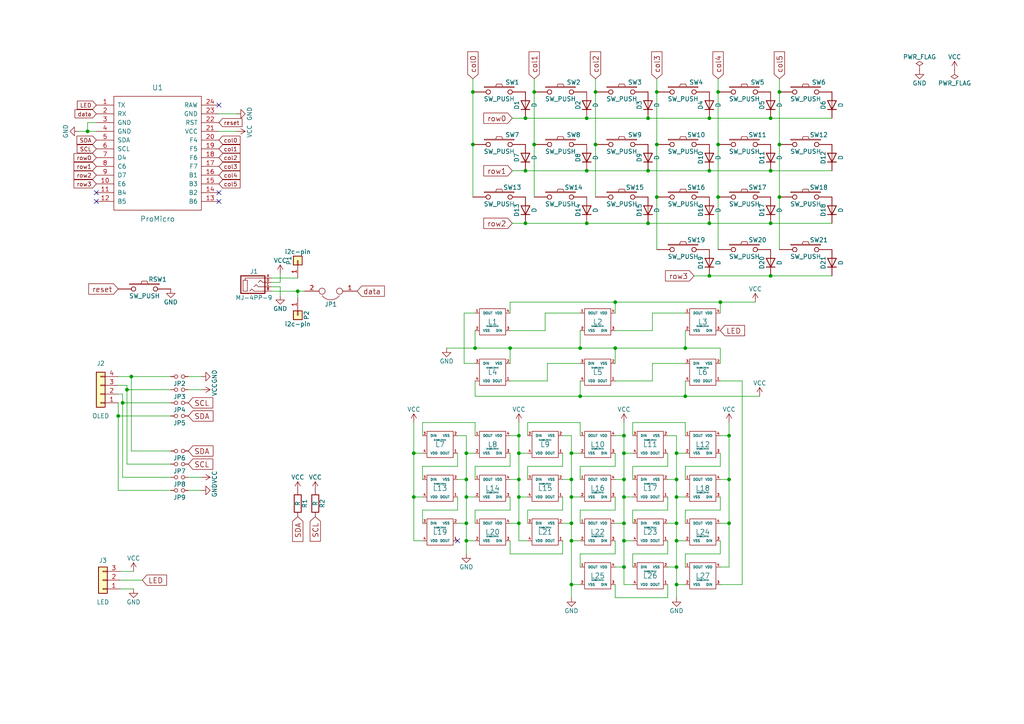
<source format=kicad_sch>
(kicad_sch (version 20230121) (generator eeschema)
  (paper "A4")
  (title_block (title "Corne Classic") (date "2018-08-24") (rev "2.0") (company "foostan"))
  (junction (at 223.52 49.53))
  (junction (at 226.06 41.91))
  (junction (at 165.735 144.145))
  (junction (at 137.795 100.965))
  (junction (at 196.215 131.445))
  (junction (at 35.56 116.84))
  (junction (at 190.5 41.91))
  (junction (at 208.28 26.67))
  (junction (at 196.215 164.465))
  (junction (at 170.18 49.53))
  (junction (at 205.74 34.29))
  (junction (at 154.94 41.91))
  (junction (at 154.94 26.67))
  (junction (at 36.83 113.03))
  (junction (at 205.74 80.01))
  (junction (at 165.735 156.845))
  (junction (at 223.52 64.77))
  (junction (at 25.4 38.1))
  (junction (at 147.955 100.965))
  (junction (at 226.06 57.15))
  (junction (at 211.455 126.365))
  (junction (at 190.5 26.67))
  (junction (at 208.28 41.91))
  (junction (at 34.29 120.65))
  (junction (at 196.215 169.545))
  (junction (at 187.96 64.77))
  (junction (at 150.495 131.445))
  (junction (at 223.52 34.29))
  (junction (at 205.74 64.77))
  (junction (at 165.735 151.765))
  (junction (at 180.975 144.145))
  (junction (at 135.255 131.445))
  (junction (at 196.215 139.065))
  (junction (at 150.495 139.065))
  (junction (at 135.255 139.065))
  (junction (at 150.495 151.765))
  (junction (at 187.96 34.29))
  (junction (at 178.435 100.965))
  (junction (at 120.015 144.145))
  (junction (at 152.4 34.29))
  (junction (at 120.015 131.445))
  (junction (at 150.495 126.365))
  (junction (at 152.4 49.53))
  (junction (at 211.455 151.765))
  (junction (at 180.975 131.445))
  (junction (at 180.975 156.845))
  (junction (at 208.915 87.63))
  (junction (at 208.28 57.15))
  (junction (at 180.975 126.365))
  (junction (at 170.18 34.29))
  (junction (at 198.755 100.965))
  (junction (at 187.96 49.53))
  (junction (at 152.4 64.77))
  (junction (at 137.16 41.91))
  (junction (at 196.215 151.765))
  (junction (at 165.735 139.065))
  (junction (at 137.16 26.67))
  (junction (at 168.275 114.935))
  (junction (at 196.215 156.845))
  (junction (at 165.735 131.445))
  (junction (at 180.975 151.765))
  (junction (at 172.72 26.67))
  (junction (at 165.735 169.545))
  (junction (at 178.435 87.63))
  (junction (at 196.215 144.145))
  (junction (at 135.255 151.765))
  (junction (at 211.455 139.065))
  (junction (at 205.74 49.53))
  (junction (at 86.36 84.4523))
  (junction (at 190.5 57.15))
  (junction (at 135.255 156.845))
  (junction (at 223.52 80.01))
  (junction (at 168.275 100.965))
  (junction (at 172.72 41.91))
  (junction (at 198.755 114.935))
  (junction (at 170.18 64.77))
  (junction (at 180.975 139.065))
  (junction (at 38.1 109.22))
  (junction (at 180.975 164.465))
  (junction (at 135.255 144.145))
  (junction (at 150.495 144.145))
  (junction (at 226.06 26.67))
  (no_connect (at 27.94 55.88))
  (no_connect (at 27.94 58.42))
  (no_connect (at 63.5 30.48))
  (no_connect (at 132.715 156.845))
  (no_connect (at 63.5 58.42))
  (no_connect (at 63.5 55.88))
  (wire (pts (xy 36.83 113.03) (xy 36.83 134.62)))
  (wire (pts (xy 208.915 90.805) (xy 208.915 87.63)))
  (wire (pts (xy 208.915 147.955) (xy 208.915 144.145)))
  (wire (pts (xy 78.74 83.185) (xy 81.28 83.185)))
  (wire (pts (xy 137.795 114.935) (xy 168.275 114.935)))
  (wire (pts (xy 183.515 139.065) (xy 183.515 135.255)))
  (wire (pts (xy 178.435 147.955) (xy 178.435 144.145)))
  (wire (pts (xy 208.915 100.965) (xy 208.915 105.41)))
  (wire (pts (xy 198.755 156.845) (xy 196.215 156.845)))
  (wire (pts (xy 36.83 111.76) (xy 36.83 113.03)))
  (wire (pts (xy 198.755 100.965) (xy 208.915 100.965)))
  (wire (pts (xy 205.74 64.77) (xy 223.52 64.77)))
  (wire (pts (xy 211.455 122.555) (xy 211.455 126.365)))
  (wire (pts (xy 168.275 139.065) (xy 168.275 135.255)))
  (wire (pts (xy 198.755 164.465) (xy 198.755 160.655)))
  (wire (pts (xy 150.495 151.765) (xy 150.495 156.845)))
  (wire (pts (xy 38.1 109.22) (xy 49.53 109.22)))
  (wire (pts (xy 38.1 109.22) (xy 38.1 130.81)))
  (wire (pts (xy 187.96 64.77) (xy 205.74 64.77)))
  (wire (pts (xy 193.675 151.765) (xy 196.215 151.765)))
  (wire (pts (xy 132.715 147.955) (xy 132.715 144.145)))
  (wire (pts (xy 152.4 64.77) (xy 170.18 64.77)))
  (wire (pts (xy 198.755 131.445) (xy 196.215 131.445)))
  (wire (pts (xy 36.83 134.62) (xy 49.53 134.62)))
  (wire (pts (xy 168.275 100.965) (xy 178.435 100.965)))
  (wire (pts (xy 198.755 90.805) (xy 189.23 90.805)))
  (wire (pts (xy 226.06 57.15) (xy 226.06 72.39)))
  (wire (pts (xy 168.275 164.465) (xy 168.275 160.655)))
  (wire (pts (xy 158.75 110.49) (xy 158.75 105.41)))
  (wire (pts (xy 147.955 110.49) (xy 158.75 110.49)))
  (wire (pts (xy 137.795 147.955) (xy 147.955 147.955)))
  (wire (pts (xy 196.215 139.065) (xy 196.215 144.145)))
  (wire (pts (xy 180.975 126.365) (xy 180.975 131.445)))
  (wire (pts (xy 180.975 151.765) (xy 180.975 156.845)))
  (wire (pts (xy 122.555 144.145) (xy 120.015 144.145)))
  (wire (pts (xy 168.275 95.885) (xy 168.275 100.965)))
  (wire (pts (xy 134.62 90.805) (xy 134.62 105.41)))
  (wire (pts (xy 147.955 139.065) (xy 150.495 139.065)))
  (wire (pts (xy 168.275 151.765) (xy 168.275 147.955)))
  (wire (pts (xy 196.215 151.765) (xy 196.215 156.845)))
  (wire (pts (xy 208.915 126.365) (xy 211.455 126.365)))
  (wire (pts (xy 178.435 173.355) (xy 178.435 169.545)))
  (wire (pts (xy 154.94 41.91) (xy 154.94 57.15)))
  (wire (pts (xy 196.215 131.445) (xy 196.215 139.065)))
  (wire (pts (xy 35.56 116.84) (xy 35.56 138.43)))
  (wire (pts (xy 34.29 120.65) (xy 34.29 142.24)))
  (wire (pts (xy 54.61 113.03) (xy 58.42 113.03)))
  (wire (pts (xy 168.275 147.955) (xy 178.435 147.955)))
  (wire (pts (xy 135.255 151.765) (xy 135.255 156.845)))
  (wire (pts (xy 211.455 151.765) (xy 211.455 164.465)))
  (wire (pts (xy 187.96 34.29) (xy 205.74 34.29)))
  (wire (pts (xy 198.755 122.555) (xy 183.515 122.555)))
  (wire (pts (xy 147.955 87.63) (xy 178.435 87.63)))
  (wire (pts (xy 38.1 130.81) (xy 49.53 130.81)))
  (wire (pts (xy 168.275 126.365) (xy 168.275 122.555)))
  (wire (pts (xy 153.035 144.145) (xy 150.495 144.145)))
  (wire (pts (xy 54.61 138.43) (xy 58.42 138.43)))
  (wire (pts (xy 137.795 100.965) (xy 147.955 100.965)))
  (wire (pts (xy 168.275 144.145) (xy 165.735 144.145)))
  (wire (pts (xy 120.015 122.555) (xy 120.015 131.445)))
  (wire (pts (xy 190.5 22.86) (xy 190.5 26.67)))
  (wire (pts (xy 178.435 87.63) (xy 208.915 87.63)))
  (wire (pts (xy 134.62 105.41) (xy 137.795 105.41)))
  (wire (pts (xy 150.495 122.555) (xy 150.495 126.365)))
  (wire (pts (xy 88.335 84.4526) (xy 88.103 84.4526)))
  (wire (pts (xy 137.795 126.365) (xy 137.795 122.555)))
  (wire (pts (xy 172.72 22.86) (xy 172.72 26.67)))
  (wire (pts (xy 178.435 126.365) (xy 180.975 126.365)))
  (wire (pts (xy 147.955 126.365) (xy 150.495 126.365)))
  (wire (pts (xy 120.015 144.145) (xy 120.015 156.845)))
  (wire (pts (xy 135.255 144.145) (xy 135.255 151.765)))
  (wire (pts (xy 183.515 151.765) (xy 183.515 147.955)))
  (wire (pts (xy 198.755 95.885) (xy 198.755 100.965)))
  (wire (pts (xy 208.915 151.765) (xy 211.455 151.765)))
  (wire (pts (xy 196.215 126.365) (xy 196.215 131.445)))
  (wire (pts (xy 198.755 151.765) (xy 198.755 147.955)))
  (wire (pts (xy 168.275 110.49) (xy 168.275 114.935)))
  (wire (pts (xy 215.265 110.49) (xy 215.265 169.545)))
  (wire (pts (xy 190.5 41.91) (xy 190.5 57.15)))
  (wire (pts (xy 223.52 64.77) (xy 241.3 64.77)))
  (wire (pts (xy 223.52 80.01) (xy 241.3 80.01)))
  (wire (pts (xy 193.675 139.065) (xy 196.215 139.065)))
  (wire (pts (xy 170.18 64.77) (xy 187.96 64.77)))
  (wire (pts (xy 165.735 169.545) (xy 165.735 173.355)))
  (wire (pts (xy 150.495 126.365) (xy 150.495 131.445)))
  (wire (pts (xy 137.795 122.555) (xy 122.555 122.555)))
  (wire (pts (xy 168.275 90.805) (xy 158.115 90.805)))
  (wire (pts (xy 135.255 139.065) (xy 135.255 144.145)))
  (wire (pts (xy 49.53 120.65) (xy 34.29 120.65)))
  (wire (pts (xy 178.435 105.41) (xy 178.435 100.965)))
  (wire (pts (xy 122.555 135.255) (xy 132.715 135.255)))
  (wire (pts (xy 193.675 173.355) (xy 178.435 173.355)))
  (wire (pts (xy 190.5 26.67) (xy 190.5 41.91)))
  (wire (pts (xy 163.195 156.845) (xy 163.195 160.655)))
  (wire (pts (xy 137.795 139.065) (xy 137.795 135.255)))
  (wire (pts (xy 180.975 156.845) (xy 180.975 164.465)))
  (wire (pts (xy 78.74 80.645) (xy 86.36 80.645)))
  (wire (pts (xy 148.59 34.29) (xy 152.4 34.29)))
  (wire (pts (xy 34.29 111.76) (xy 36.83 111.76)))
  (wire (pts (xy 122.555 131.445) (xy 120.015 131.445)))
  (wire (pts (xy 147.955 90.805) (xy 147.955 87.63)))
  (wire (pts (xy 158.115 90.805) (xy 158.115 95.885)))
  (wire (pts (xy 196.215 164.465) (xy 196.215 169.545)))
  (wire (pts (xy 63.5 38.1) (xy 68.58 38.1)))
  (wire (pts (xy 49.53 113.03) (xy 36.83 113.03)))
  (wire (pts (xy 223.52 49.53) (xy 241.3 49.53)))
  (wire (pts (xy 154.94 26.67) (xy 154.94 41.91)))
  (wire (pts (xy 163.195 147.955) (xy 163.195 144.145)))
  (wire (pts (xy 34.29 142.24) (xy 49.53 142.24)))
  (wire (pts (xy 34.925 168.275) (xy 41.275 168.275)))
  (wire (pts (xy 34.29 116.84) (xy 34.29 120.65)))
  (wire (pts (xy 34.925 170.815) (xy 38.735 170.815)))
  (wire (pts (xy 198.755 160.655) (xy 208.915 160.655)))
  (wire (pts (xy 196.215 169.545) (xy 196.215 173.355)))
  (wire (pts (xy 172.72 26.67) (xy 172.72 41.91)))
  (wire (pts (xy 208.915 139.065) (xy 211.455 139.065)))
  (wire (pts (xy 137.795 135.255) (xy 147.955 135.255)))
  (wire (pts (xy 147.955 135.255) (xy 147.955 131.445)))
  (wire (pts (xy 165.735 144.145) (xy 165.735 151.765)))
  (wire (pts (xy 183.515 164.465) (xy 183.515 160.655)))
  (wire (pts (xy 193.675 160.655) (xy 193.675 156.845)))
  (wire (pts (xy 198.755 139.065) (xy 198.755 135.255)))
  (wire (pts (xy 129.54 100.965) (xy 137.795 100.965)))
  (wire (pts (xy 137.795 151.765) (xy 137.795 147.955)))
  (wire (pts (xy 208.915 87.63) (xy 219.075 87.63)))
  (wire (pts (xy 183.515 147.955) (xy 193.675 147.955)))
  (wire (pts (xy 208.28 57.15) (xy 208.28 72.39)))
  (wire (pts (xy 137.16 41.91) (xy 137.16 57.15)))
  (wire (pts (xy 27.94 35.56) (xy 25.4 35.56)))
  (wire (pts (xy 78.74 84.455) (xy 85.09 84.455)))
  (wire (pts (xy 63.5 33.02) (xy 68.58 33.02)))
  (wire (pts (xy 137.795 156.845) (xy 135.255 156.845)))
  (wire (pts (xy 180.975 156.845) (xy 183.515 156.845)))
  (wire (pts (xy 153.035 139.065) (xy 153.035 135.255)))
  (wire (pts (xy 150.495 156.845) (xy 153.035 156.845)))
  (wire (pts (xy 163.195 135.255) (xy 163.195 131.445)))
  (wire (pts (xy 193.675 147.955) (xy 193.675 144.145)))
  (wire (pts (xy 183.515 135.255) (xy 193.675 135.255)))
  (wire (pts (xy 35.56 138.43) (xy 49.53 138.43)))
  (wire (pts (xy 180.975 139.065) (xy 180.975 144.145)))
  (wire (pts (xy 189.23 90.805) (xy 189.23 95.885)))
  (wire (pts (xy 153.035 122.555) (xy 153.035 126.365)))
  (wire (pts (xy 193.675 135.255) (xy 193.675 131.445)))
  (wire (pts (xy 85.09 84.4523) (xy 85.09 84.455)))
  (wire (pts (xy 137.795 110.49) (xy 137.795 114.935)))
  (wire (pts (xy 147.955 105.41) (xy 147.955 100.965)))
  (wire (pts (xy 201.295 80.01) (xy 205.74 80.01)))
  (wire (pts (xy 187.96 49.53) (xy 205.74 49.53)))
  (wire (pts (xy 180.975 169.545) (xy 183.515 169.545)))
  (wire (pts (xy 178.435 164.465) (xy 180.975 164.465)))
  (wire (pts (xy 147.955 151.765) (xy 150.495 151.765)))
  (wire (pts (xy 198.755 114.935) (xy 220.345 114.935)))
  (wire (pts (xy 226.06 26.67) (xy 226.06 41.91)))
  (wire (pts (xy 49.53 116.84) (xy 35.56 116.84)))
  (wire (pts (xy 168.275 114.935) (xy 198.755 114.935)))
  (wire (pts (xy 81.28 83.185) (xy 81.28 85.725)))
  (wire (pts (xy 147.955 147.955) (xy 147.955 144.145)))
  (wire (pts (xy 165.735 156.845) (xy 165.735 169.545)))
  (wire (pts (xy 147.955 156.845) (xy 147.955 160.655)))
  (wire (pts (xy 180.975 131.445) (xy 180.975 139.065)))
  (wire (pts (xy 172.72 41.91) (xy 172.72 57.15)))
  (wire (pts (xy 165.735 139.065) (xy 165.735 144.145)))
  (wire (pts (xy 153.035 147.955) (xy 163.195 147.955)))
  (wire (pts (xy 158.115 95.885) (xy 147.955 95.885)))
  (wire (pts (xy 137.795 131.445) (xy 135.255 131.445)))
  (wire (pts (xy 132.715 139.065) (xy 135.255 139.065)))
  (wire (pts (xy 150.495 144.145) (xy 150.495 151.765)))
  (wire (pts (xy 163.195 126.365) (xy 165.735 126.365)))
  (wire (pts (xy 165.735 151.765) (xy 165.735 156.845)))
  (wire (pts (xy 226.06 41.91) (xy 226.06 57.15)))
  (wire (pts (xy 153.035 135.255) (xy 163.195 135.255)))
  (wire (pts (xy 153.035 131.445) (xy 150.495 131.445)))
  (wire (pts (xy 163.195 151.765) (xy 165.735 151.765)))
  (wire (pts (xy 190.5 57.15) (xy 190.5 72.39)))
  (wire (pts (xy 135.255 156.845) (xy 135.255 160.655)))
  (wire (pts (xy 122.555 122.555) (xy 122.555 126.365)))
  (wire (pts (xy 153.035 151.765) (xy 153.035 147.955)))
  (wire (pts (xy 147.955 100.965) (xy 168.275 100.965)))
  (wire (pts (xy 150.495 139.065) (xy 150.495 144.145)))
  (wire (pts (xy 137.16 22.86) (xy 137.16 26.67)))
  (wire (pts (xy 78.74 81.915) (xy 81.28 81.915)))
  (wire (pts (xy 165.735 131.445) (xy 165.735 139.065)))
  (wire (pts (xy 215.265 169.545) (xy 208.915 169.545)))
  (wire (pts (xy 148.59 49.53) (xy 152.4 49.53)))
  (wire (pts (xy 178.435 135.255) (xy 178.435 131.445)))
  (wire (pts (xy 22.86 38.1) (xy 25.4 38.1)))
  (wire (pts (xy 178.435 100.965) (xy 198.755 100.965)))
  (wire (pts (xy 208.915 110.49) (xy 215.265 110.49)))
  (wire (pts (xy 193.675 126.365) (xy 196.215 126.365)))
  (wire (pts (xy 189.23 105.41) (xy 198.755 105.41)))
  (wire (pts (xy 198.755 126.365) (xy 198.755 122.555)))
  (wire (pts (xy 180.975 164.465) (xy 180.975 169.545)))
  (wire (pts (xy 189.23 95.885) (xy 178.435 95.885)))
  (wire (pts (xy 150.495 131.445) (xy 150.495 139.065)))
  (wire (pts (xy 122.555 139.065) (xy 122.555 135.255)))
  (wire (pts (xy 158.75 105.41) (xy 168.275 105.41)))
  (wire (pts (xy 208.915 135.255) (xy 208.915 131.445)))
  (wire (pts (xy 180.975 122.555) (xy 180.975 126.365)))
  (wire (pts (xy 120.015 156.845) (xy 122.555 156.845)))
  (wire (pts (xy 137.795 144.145) (xy 135.255 144.145)))
  (wire (pts (xy 154.94 22.86) (xy 154.94 26.67)))
  (wire (pts (xy 183.515 122.555) (xy 183.515 126.365)))
  (wire (pts (xy 189.23 110.49) (xy 189.23 105.41)))
  (wire (pts (xy 135.255 126.365) (xy 135.255 131.445)))
  (wire (pts (xy 205.74 80.01) (xy 223.52 80.01)))
  (wire (pts (xy 54.61 109.22) (xy 58.42 109.22)))
  (wire (pts (xy 137.795 95.885) (xy 137.795 100.965)))
  (wire (pts (xy 168.275 131.445) (xy 165.735 131.445)))
  (wire (pts (xy 180.975 131.445) (xy 183.515 131.445)))
  (wire (pts (xy 165.735 126.365) (xy 165.735 131.445)))
  (wire (pts (xy 178.435 90.805) (xy 178.435 87.63)))
  (wire (pts (xy 183.515 160.655) (xy 193.675 160.655)))
  (wire (pts (xy 208.28 41.91) (xy 208.28 57.15)))
  (wire (pts (xy 81.28 81.915) (xy 81.28 79.375)))
  (wire (pts (xy 168.275 160.655) (xy 178.435 160.655)))
  (wire (pts (xy 132.715 126.365) (xy 135.255 126.365)))
  (wire (pts (xy 152.4 34.29) (xy 170.18 34.29)))
  (wire (pts (xy 135.255 131.445) (xy 135.255 139.065)))
  (wire (pts (xy 86.36 84.4523) (xy 88.103 84.4523)))
  (wire (pts (xy 198.755 135.255) (xy 208.915 135.255)))
  (wire (pts (xy 226.06 22.86) (xy 226.06 26.67)))
  (wire (pts (xy 163.195 139.065) (xy 165.735 139.065)))
  (wire (pts (xy 180.975 144.145) (xy 180.975 151.765)))
  (wire (pts (xy 196.215 144.145) (xy 196.215 151.765)))
  (wire (pts (xy 34.29 114.3) (xy 35.56 114.3)))
  (wire (pts (xy 178.435 139.065) (xy 180.975 139.065)))
  (wire (pts (xy 25.4 35.56) (xy 25.4 38.1)))
  (wire (pts (xy 208.915 160.655) (xy 208.915 156.845)))
  (wire (pts (xy 152.4 49.53) (xy 170.18 49.53)))
  (wire (pts (xy 122.555 147.955) (xy 132.715 147.955)))
  (wire (pts (xy 25.4 38.1) (xy 27.94 38.1)))
  (wire (pts (xy 34.925 165.735) (xy 38.735 165.735)))
  (wire (pts (xy 196.215 156.845) (xy 196.215 164.465)))
  (wire (pts (xy 198.755 147.955) (xy 208.915 147.955)))
  (wire (pts (xy 54.61 142.24) (xy 58.42 142.24)))
  (wire (pts (xy 193.675 169.545) (xy 193.675 173.355)))
  (wire (pts (xy 211.455 139.065) (xy 211.455 151.765)))
  (wire (pts (xy 35.56 114.3) (xy 35.56 116.84)))
  (wire (pts (xy 205.74 34.29) (xy 223.52 34.29)))
  (wire (pts (xy 205.74 49.53) (xy 223.52 49.53)))
  (wire (pts (xy 163.195 160.655) (xy 147.955 160.655)))
  (wire (pts (xy 168.275 135.255) (xy 178.435 135.255)))
  (wire (pts (xy 34.29 109.22) (xy 38.1 109.22)))
  (wire (pts (xy 148.59 64.77) (xy 152.4 64.77)))
  (wire (pts (xy 193.675 164.465) (xy 196.215 164.465)))
  (wire (pts (xy 88.103 84.4526) (xy 88.103 84.4523)))
  (wire (pts (xy 132.715 135.255) (xy 132.715 131.445)))
  (wire (pts (xy 211.455 126.365) (xy 211.455 139.065)))
  (wire (pts (xy 85.09 84.4523) (xy 86.36 84.4523)))
  (wire (pts (xy 180.975 144.145) (xy 183.515 144.145)))
  (wire (pts (xy 168.275 122.555) (xy 153.035 122.555)))
  (wire (pts (xy 137.795 90.805) (xy 134.62 90.805)))
  (wire (pts (xy 122.555 151.765) (xy 122.555 147.955)))
  (wire (pts (xy 208.28 26.67) (xy 208.28 41.91)))
  (wire (pts (xy 198.755 144.145) (xy 196.215 144.145)))
  (wire (pts (xy 120.015 131.445) (xy 120.015 144.145)))
  (wire (pts (xy 178.435 160.655) (xy 178.435 156.845)))
  (wire (pts (xy 86.36 86.36) (xy 86.36 84.4523)))
  (wire (pts (xy 170.18 49.53) (xy 187.96 49.53)))
  (wire (pts (xy 208.28 22.86) (xy 208.28 26.67)))
  (wire (pts (xy 168.275 169.545) (xy 165.735 169.545)))
  (wire (pts (xy 137.16 26.67) (xy 137.16 41.91)))
  (wire (pts (xy 198.755 110.49) (xy 198.755 114.935)))
  (wire (pts (xy 223.52 34.29) (xy 241.3 34.29)))
  (wire (pts (xy 132.715 151.765) (xy 135.255 151.765)))
  (wire (pts (xy 178.435 151.765) (xy 180.975 151.765)))
  (wire (pts (xy 170.18 34.29) (xy 187.96 34.29)))
  (wire (pts (xy 168.275 156.845) (xy 165.735 156.845)))
  (wire (pts (xy 211.455 164.465) (xy 208.915 164.465)))
  (wire (pts (xy 198.755 169.545) (xy 196.215 169.545)))
  (wire (pts (xy 178.435 110.49) (xy 189.23 110.49)))
  (global_label "LED" (shape input) (at 27.94 30.48 180) (effects (font (size 1.1938 1.1938))) (property "Intersheetrefs" "${INTERSHEET_REFS}" (effects hide)))
  (global_label "SCL" (shape input) (at 54.61 116.84 0) (effects (font (size 1.524 1.524))) (property "Intersheetrefs" "${INTERSHEET_REFS}" (effects hide)))
  (global_label "col1" (shape input) (at 63.5 43.18 0) (effects (font (size 1.1938 1.1938))) (property "Intersheetrefs" "${INTERSHEET_REFS}" (effects hide)))
  (global_label "SDA" (shape input) (at 54.61 130.81 0) (effects (font (size 1.524 1.524))) (property "Intersheetrefs" "${INTERSHEET_REFS}" (effects hide)))
  (global_label "SDA" (shape input) (at 86.36 149.86 270) (effects (font (size 1.524 1.524))) (property "Intersheetrefs" "${INTERSHEET_REFS}" (effects hide)))
  (global_label "col0" (shape input) (at 63.5 40.64 0) (effects (font (size 1.1938 1.1938))) (property "Intersheetrefs" "${INTERSHEET_REFS}" (effects hide)))
  (global_label "col3" (shape input) (at 63.5 48.26 0) (effects (font (size 1.1938 1.1938))) (property "Intersheetrefs" "${INTERSHEET_REFS}" (effects hide)))
  (global_label "reset" (shape input) (at 34.29 83.82 180) (effects (font (size 1.524 1.524))) (property "Intersheetrefs" "${INTERSHEET_REFS}" (effects hide)))
  (global_label "row0" (shape input) (at 148.59 34.29 180) (effects (font (size 1.524 1.524))) (property "Intersheetrefs" "${INTERSHEET_REFS}" (effects hide)))
  (global_label "col4" (shape input) (at 63.5 50.8 0) (effects (font (size 1.1938 1.1938))) (property "Intersheetrefs" "${INTERSHEET_REFS}" (effects hide)))
  (global_label "LED" (shape input) (at 41.275 168.275 0) (effects (font (size 1.524 1.524))) (property "Intersheetrefs" "${INTERSHEET_REFS}" (effects hide)))
  (global_label "SDA" (shape input) (at 27.94 40.64 180) (effects (font (size 1.1938 1.1938))) (property "Intersheetrefs" "${INTERSHEET_REFS}" (effects hide)))
  (global_label "col2" (shape input) (at 63.5 45.72 0) (effects (font (size 1.1938 1.1938))) (property "Intersheetrefs" "${INTERSHEET_REFS}" (effects hide)))
  (global_label "row3" (shape input) (at 201.295 80.01 180) (effects (font (size 1.524 1.524))) (property "Intersheetrefs" "${INTERSHEET_REFS}" (effects hide)))
  (global_label "data" (shape input) (at 27.94 33.02 180) (effects (font (size 1.1938 1.1938))) (property "Intersheetrefs" "${INTERSHEET_REFS}" (effects hide)))
  (global_label "col4" (shape input) (at 208.28 22.86 90) (effects (font (size 1.524 1.524))) (property "Intersheetrefs" "${INTERSHEET_REFS}" (effects hide)))
  (global_label "col2" (shape input) (at 172.72 22.86 90) (effects (font (size 1.524 1.524))) (property "Intersheetrefs" "${INTERSHEET_REFS}" (effects hide)))
  (global_label "col0" (shape input) (at 137.16 22.86 90) (effects (font (size 1.524 1.524))) (property "Intersheetrefs" "${INTERSHEET_REFS}" (effects hide)))
  (global_label "row2" (shape input) (at 148.59 64.77 180) (effects (font (size 1.524 1.524))) (property "Intersheetrefs" "${INTERSHEET_REFS}" (effects hide)))
  (global_label "row1" (shape input) (at 148.59 49.53 180) (effects (font (size 1.524 1.524))) (property "Intersheetrefs" "${INTERSHEET_REFS}" (effects hide)))
  (global_label "LED" (shape input) (at 208.915 95.885 0) (effects (font (size 1.524 1.524))) (property "Intersheetrefs" "${INTERSHEET_REFS}" (effects hide)))
  (global_label "col3" (shape input) (at 190.5 22.86 90) (effects (font (size 1.524 1.524))) (property "Intersheetrefs" "${INTERSHEET_REFS}" (effects hide)))
  (global_label "row2" (shape input) (at 27.94 50.8 180) (effects (font (size 1.1938 1.1938))) (property "Intersheetrefs" "${INTERSHEET_REFS}" (effects hide)))
  (global_label "row0" (shape input) (at 27.94 45.72 180) (effects (font (size 1.1938 1.1938))) (property "Intersheetrefs" "${INTERSHEET_REFS}" (effects hide)))
  (global_label "SCL" (shape input) (at 54.61 134.62 0) (effects (font (size 1.524 1.524))) (property "Intersheetrefs" "${INTERSHEET_REFS}" (effects hide)))
  (global_label "col5" (shape input) (at 226.06 22.86 90) (effects (font (size 1.524 1.524))) (property "Intersheetrefs" "${INTERSHEET_REFS}" (effects hide)))
  (global_label "SDA" (shape input) (at 54.61 120.65 0) (effects (font (size 1.524 1.524))) (property "Intersheetrefs" "${INTERSHEET_REFS}" (effects hide)))
  (global_label "SCL" (shape input) (at 91.44 149.86 270) (effects (font (size 1.524 1.524))) (property "Intersheetrefs" "${INTERSHEET_REFS}" (effects hide)))
  (global_label "col1" (shape input) (at 154.94 22.86 90) (effects (font (size 1.524 1.524))) (property "Intersheetrefs" "${INTERSHEET_REFS}" (effects hide)))
  (global_label "col5" (shape input) (at 63.5 53.34 0) (effects (font (size 1.1938 1.1938))) (property "Intersheetrefs" "${INTERSHEET_REFS}" (effects hide)))
  (global_label "row1" (shape input) (at 27.94 48.26 180) (effects (font (size 1.1938 1.1938))) (property "Intersheetrefs" "${INTERSHEET_REFS}" (effects hide)))
  (global_label "reset" (shape input) (at 63.5 35.56 0) (effects (font (size 1.1938 1.1938))) (property "Intersheetrefs" "${INTERSHEET_REFS}" (effects hide)))
  (global_label "row3" (shape input) (at 27.94 53.34 180) (effects (font (size 1.1938 1.1938))) (property "Intersheetrefs" "${INTERSHEET_REFS}" (effects hide)))
  (global_label "data" (shape input) (at 103.575 84.4526 0) (effects (font (size 1.524 1.524))) (property "Intersheetrefs" "${INTERSHEET_REFS}" (effects hide)))
  (global_label "SCL" (shape input) (at 27.94 43.18 180) (effects (font (size 1.1938 1.1938))) (property "Intersheetrefs" "${INTERSHEET_REFS}" (effects hide)))
  (symbol (lib_id "corne-classic-rescue:ProMicro-kbd") (at 45.72 49.53 0) (unit 1)
    (property "Reference" "U1" (at 45.72 25.4 0) (effects (font (size 1.524 1.524))))
    (property "Value" "ProMicro" (at 45.72 63.5 0) (effects (font (size 1.524 1.524))))
    (property "Footprint" "kbd:ProMicro_v2" (effects hide))
  )
  (symbol (lib_id "corne-classic-rescue:SW_PUSH-kbd") (at 162.56 26.67 0) (unit 1)
    (property "Reference" "SW2" (at 166.37 23.876 0))
    (property "Value" "SW_PUSH" (at 162.56 28.702 0))
    (property "Footprint" "Gateron:Gateron_low_profile_noled_reversible_bighole" (effects hide))
  )
  (symbol (lib_id "Device:D") (at 170.18 30.48 90) (unit 1)
    (property "Reference" "D2" (at 167.64 30.48 0))
    (property "Value" "D" (at 172.72 30.48 0))
    (property "Footprint" "kbd:D3_TH_SMD" (effects hide))
  )
  (symbol (lib_id "corne-classic-rescue:SW_PUSH-kbd") (at 180.34 26.67 0) (unit 1)
    (property "Reference" "SW3" (at 184.15 23.876 0))
    (property "Value" "SW_PUSH" (at 180.34 28.702 0))
    (property "Footprint" "Gateron:Gateron_low_profile_noled_reversible_bighole" (effects hide))
  )
  (symbol (lib_id "Device:D") (at 187.96 30.48 90) (unit 1)
    (property "Reference" "D3" (at 185.42 30.48 0))
    (property "Value" "D" (at 190.5 30.48 0))
    (property "Footprint" "kbd:D3_TH_SMD" (effects hide))
  )
  (symbol (lib_id "corne-classic-rescue:SW_PUSH-kbd") (at 198.12 26.67 0) (unit 1)
    (property "Reference" "SW4" (at 201.93 23.876 0))
    (property "Value" "SW_PUSH" (at 198.12 28.702 0))
    (property "Footprint" "Gateron:Gateron_low_profile_noled_reversible_bighole" (effects hide))
  )
  (symbol (lib_id "corne-classic-rescue:SW_PUSH-kbd") (at 215.9 26.67 0) (unit 1)
    (property "Reference" "SW5" (at 219.71 23.876 0))
    (property "Value" "SW_PUSH" (at 215.9 28.702 0))
    (property "Footprint" "Gateron:Gateron_low_profile_noled_reversible_bighole" (effects hide))
  )
  (symbol (lib_id "corne-classic-rescue:SW_PUSH-kbd") (at 233.68 26.67 0) (unit 1)
    (property "Reference" "SW6" (at 237.49 23.876 0))
    (property "Value" "SW_PUSH" (at 233.68 28.702 0))
    (property "Footprint" "Gateron:Gateron_low_profile_noled_reversible_bighole" (effects hide))
  )
  (symbol (lib_id "Device:D") (at 205.74 30.48 90) (unit 1)
    (property "Reference" "D4" (at 203.2 30.48 0))
    (property "Value" "D" (at 208.28 30.48 0))
    (property "Footprint" "kbd:D3_TH_SMD" (effects hide))
  )
  (symbol (lib_id "Device:D") (at 223.52 30.48 90) (unit 1)
    (property "Reference" "D5" (at 220.98 30.48 0))
    (property "Value" "D" (at 226.06 30.48 0))
    (property "Footprint" "kbd:D3_TH_SMD" (effects hide))
  )
  (symbol (lib_id "Device:D") (at 241.3 30.48 90) (unit 1)
    (property "Reference" "D6" (at 238.76 30.48 0))
    (property "Value" "D" (at 243.84 30.48 0))
    (property "Footprint" "kbd:D3_TH_SMD" (effects hide))
  )
  (symbol (lib_id "corne-classic-rescue:SW_PUSH-kbd") (at 144.78 26.67 0) (unit 1)
    (property "Reference" "SW1" (at 148.59 23.876 0))
    (property "Value" "SW_PUSH" (at 144.78 28.702 0))
    (property "Footprint" "Gateron:Gateron_low_profile_noled_reversible_bighole" (effects hide))
  )
  (symbol (lib_id "Device:D") (at 152.4 30.48 90) (unit 1)
    (property "Reference" "D1" (at 149.86 30.48 0))
    (property "Value" "D" (at 154.94 30.48 0))
    (property "Footprint" "kbd:D3_TH_SMD" (effects hide))
  )
  (symbol (lib_id "corne-classic-rescue:SW_PUSH-kbd") (at 162.56 41.91 0) (unit 1)
    (property "Reference" "SW8" (at 166.37 39.116 0))
    (property "Value" "SW_PUSH" (at 162.56 43.942 0))
    (property "Footprint" "Gateron:Gateron_low_profile_noled_reversible_bighole" (effects hide))
  )
  (symbol (lib_id "Device:D") (at 170.18 45.72 90) (unit 1)
    (property "Reference" "D8" (at 167.64 45.72 0))
    (property "Value" "D" (at 172.72 45.72 0))
    (property "Footprint" "kbd:D3_TH_SMD" (effects hide))
  )
  (symbol (lib_id "corne-classic-rescue:SW_PUSH-kbd") (at 180.34 41.91 0) (unit 1)
    (property "Reference" "SW9" (at 184.15 39.116 0))
    (property "Value" "SW_PUSH" (at 180.34 43.942 0))
    (property "Footprint" "Gateron:Gateron_low_profile_noled_reversible_bighole" (effects hide))
  )
  (symbol (lib_id "Device:D") (at 187.96 45.72 90) (unit 1)
    (property "Reference" "D9" (at 185.42 45.72 0))
    (property "Value" "D" (at 190.5 45.72 0))
    (property "Footprint" "kbd:D3_TH_SMD" (effects hide))
  )
  (symbol (lib_id "corne-classic-rescue:SW_PUSH-kbd") (at 198.12 41.91 0) (unit 1)
    (property "Reference" "SW10" (at 201.93 39.116 0))
    (property "Value" "SW_PUSH" (at 198.12 43.942 0))
    (property "Footprint" "Gateron:Gateron_low_profile_noled_reversible_bighole" (effects hide))
  )
  (symbol (lib_id "corne-classic-rescue:SW_PUSH-kbd") (at 215.9 41.91 0) (unit 1)
    (property "Reference" "SW11" (at 219.71 39.116 0))
    (property "Value" "SW_PUSH" (at 215.9 43.942 0))
    (property "Footprint" "Gateron:Gateron_low_profile_noled_reversible_bighole" (effects hide))
  )
  (symbol (lib_id "corne-classic-rescue:SW_PUSH-kbd") (at 233.68 41.91 0) (unit 1)
    (property "Reference" "SW12" (at 237.49 39.116 0))
    (property "Value" "SW_PUSH" (at 233.68 43.942 0))
    (property "Footprint" "Gateron:Gateron_low_profile_noled_reversible_bighole" (effects hide))
  )
  (symbol (lib_id "Device:D") (at 205.74 45.72 90) (unit 1)
    (property "Reference" "D10" (at 203.2 45.72 0))
    (property "Value" "D" (at 208.28 45.72 0))
    (property "Footprint" "kbd:D3_TH_SMD" (effects hide))
  )
  (symbol (lib_id "Device:D") (at 223.52 45.72 90) (unit 1)
    (property "Reference" "D11" (at 220.98 45.72 0))
    (property "Value" "D" (at 226.06 45.72 0))
    (property "Footprint" "kbd:D3_TH_SMD" (effects hide))
  )
  (symbol (lib_id "Device:D") (at 241.3 45.72 90) (unit 1)
    (property "Reference" "D12" (at 238.76 45.72 0))
    (property "Value" "D" (at 243.84 45.72 0))
    (property "Footprint" "kbd:D3_TH_SMD" (effects hide))
  )
  (symbol (lib_id "corne-classic-rescue:SW_PUSH-kbd") (at 144.78 41.91 0) (unit 1)
    (property "Reference" "SW7" (at 148.59 39.116 0))
    (property "Value" "SW_PUSH" (at 144.78 43.942 0))
    (property "Footprint" "Gateron:Gateron_low_profile_noled_reversible_bighole" (effects hide))
  )
  (symbol (lib_id "Device:D") (at 152.4 45.72 90) (unit 1)
    (property "Reference" "D7" (at 149.86 45.72 0))
    (property "Value" "D" (at 154.94 45.72 0))
    (property "Footprint" "kbd:D3_TH_SMD" (effects hide))
  )
  (symbol (lib_id "corne-classic-rescue:SW_PUSH-kbd") (at 162.56 57.15 0) (unit 1)
    (property "Reference" "SW14" (at 166.37 54.356 0))
    (property "Value" "SW_PUSH" (at 162.56 59.182 0))
    (property "Footprint" "Gateron:Gateron_low_profile_noled_reversible_bighole" (effects hide))
  )
  (symbol (lib_id "Device:D") (at 170.18 60.96 90) (unit 1)
    (property "Reference" "D14" (at 167.64 60.96 0))
    (property "Value" "D" (at 172.72 60.96 0))
    (property "Footprint" "kbd:D3_TH_SMD" (effects hide))
  )
  (symbol (lib_id "corne-classic-rescue:SW_PUSH-kbd") (at 180.34 57.15 0) (unit 1)
    (property "Reference" "SW15" (at 184.15 54.356 0))
    (property "Value" "SW_PUSH" (at 180.34 59.182 0))
    (property "Footprint" "Gateron:Gateron_low_profile_noled_reversible_bighole" (effects hide))
  )
  (symbol (lib_id "Device:D") (at 187.96 60.96 90) (unit 1)
    (property "Reference" "D15" (at 185.42 60.96 0))
    (property "Value" "D" (at 190.5 60.96 0))
    (property "Footprint" "kbd:D3_TH_SMD" (effects hide))
  )
  (symbol (lib_id "corne-classic-rescue:SW_PUSH-kbd") (at 198.12 57.15 0) (unit 1)
    (property "Reference" "SW16" (at 201.93 54.356 0))
    (property "Value" "SW_PUSH" (at 198.12 59.182 0))
    (property "Footprint" "Gateron:Gateron_low_profile_noled_reversible_bighole" (effects hide))
  )
  (symbol (lib_id "corne-classic-rescue:SW_PUSH-kbd") (at 215.9 57.15 0) (unit 1)
    (property "Reference" "SW17" (at 219.71 54.356 0))
    (property "Value" "SW_PUSH" (at 215.9 59.182 0))
    (property "Footprint" "Gateron:Gateron_low_profile_noled_reversible_bighole" (effects hide))
  )
  (symbol (lib_id "corne-classic-rescue:SW_PUSH-kbd") (at 233.68 57.15 0) (unit 1)
    (property "Reference" "SW18" (at 237.49 54.356 0))
    (property "Value" "SW_PUSH" (at 233.68 59.182 0))
    (property "Footprint" "Gateron:Gateron_low_profile_noled_reversible_bighole" (effects hide))
  )
  (symbol (lib_id "Device:D") (at 205.74 60.96 90) (unit 1)
    (property "Reference" "D16" (at 203.2 60.96 0))
    (property "Value" "D" (at 208.28 60.96 0))
    (property "Footprint" "kbd:D3_TH_SMD" (effects hide))
  )
  (symbol (lib_id "Device:D") (at 223.52 60.96 90) (unit 1)
    (property "Reference" "D17" (at 220.98 60.96 0))
    (property "Value" "D" (at 226.06 60.96 0))
    (property "Footprint" "kbd:D3_TH_SMD" (effects hide))
  )
  (symbol (lib_id "Device:D") (at 241.3 60.96 90) (unit 1)
    (property "Reference" "D18" (at 238.76 60.96 0))
    (property "Value" "D" (at 243.84 60.96 0))
    (property "Footprint" "kbd:D3_TH_SMD" (effects hide))
  )
  (symbol (lib_id "corne-classic-rescue:SW_PUSH-kbd") (at 144.78 57.15 0) (unit 1)
    (property "Reference" "SW13" (at 148.59 54.356 0))
    (property "Value" "SW_PUSH" (at 144.78 59.182 0))
    (property "Footprint" "Gateron:Gateron_low_profile_noled_reversible_bighole" (effects hide))
  )
  (symbol (lib_id "Device:D") (at 152.4 60.96 90) (unit 1)
    (property "Reference" "D13" (at 149.86 60.96 0))
    (property "Value" "D" (at 154.94 60.96 0))
    (property "Footprint" "kbd:D3_TH_SMD" (effects hide))
  )
  (symbol (lib_id "corne-classic-rescue:SW_PUSH-kbd") (at 215.9 72.39 0) (unit 1)
    (property "Reference" "SW20" (at 219.71 69.596 0))
    (property "Value" "SW_PUSH" (at 215.9 74.422 0))
    (property "Footprint" "Gateron:Gateron_low_profile_noled_reversible_bighole" (effects hide))
  )
  (symbol (lib_id "Device:D") (at 223.52 76.2 90) (unit 1)
    (property "Reference" "D20" (at 220.98 76.2 0))
    (property "Value" "D" (at 226.06 76.2 0))
    (property "Footprint" "kbd:D3_TH_SMD" (effects hide))
  )
  (symbol (lib_id "corne-classic-rescue:SW_PUSH-kbd") (at 233.68 72.39 0) (unit 1)
    (property "Reference" "SW21" (at 237.49 69.596 0))
    (property "Value" "SW_PUSH" (at 233.68 74.422 0))
    (property "Footprint" "Gateron:Gateron_low_profile_noled_reversible_bighole" (effects hide))
  )
  (symbol (lib_id "Device:D") (at 241.3 76.2 90) (unit 1)
    (property "Reference" "D21" (at 238.76 76.2 0))
    (property "Value" "D" (at 243.84 76.2 0))
    (property "Footprint" "kbd:D3_TH_SMD" (effects hide))
  )
  (symbol (lib_id "corne-classic-rescue:SW_PUSH-kbd") (at 198.12 72.39 0) (unit 1)
    (property "Reference" "SW19" (at 201.93 69.596 0))
    (property "Value" "SW_PUSH" (at 198.12 74.422 0))
    (property "Footprint" "Gateron:Gateron_low_profile_noled_reversible_bighole" (effects hide))
  )
  (symbol (lib_id "Device:D") (at 205.74 76.2 90) (unit 1)
    (property "Reference" "D19" (at 203.2 76.2 0))
    (property "Value" "D" (at 208.28 76.2 0))
    (property "Footprint" "kbd:D3_TH_SMD" (effects hide))
  )
  (symbol (lib_id "power:GND") (at 68.58 33.02 90) (unit 1)
    (property "Reference" "#PWR03" (effects hide))
    (property "Value" "GND" (at 72.39 33.02 0))
  )
  (symbol (lib_id "power:VCC") (at 68.58 38.1 270) (unit 1)
    (property "Reference" "#PWR05" (effects hide))
    (property "Value" "VCC" (at 72.39 38.1 0))
  )
  (symbol (lib_id "power:GND") (at 22.86 38.1 270) (unit 1)
    (property "Reference" "#PWR04" (effects hide))
    (property "Value" "GND" (at 19.05 38.1 0))
  )
  (symbol (lib_id "power:GND") (at 266.7 20.32 0) (unit 1)
    (property "Reference" "#PWR01" (effects hide))
    (property "Value" "GND" (at 266.7 24.13 0))
  )
  (symbol (lib_id "power:VCC") (at 276.86 20.32 0) (unit 1)
    (property "Reference" "#PWR02" (effects hide))
    (property "Value" "VCC" (at 276.86 16.51 0))
  )
  (symbol (lib_id "power:PWR_FLAG") (at 276.86 20.32 180) (unit 1)
    (property "Reference" "#FLG02" (effects hide))
    (property "Value" "PWR_FLAG" (at 276.86 24.13 0))
  )
  (symbol (lib_id "power:PWR_FLAG") (at 266.7 20.32 0) (unit 1)
    (property "Reference" "#FLG01" (effects hide))
    (property "Value" "PWR_FLAG" (at 266.7 16.51 0))
  )
  (symbol (lib_id "corne-classic-rescue:SW_PUSH-kbd") (at 41.91 83.82 0) (unit 1)
    (property "Reference" "RSW1" (at 45.72 81.026 0))
    (property "Value" "SW_PUSH" (at 41.91 85.852 0))
    (property "Footprint" "kbd:ResetSW" (effects hide))
  )
  (symbol (lib_id "power:GND") (at 49.53 83.82 0) (unit 1)
    (property "Reference" "#PWR07" (effects hide))
    (property "Value" "GND" (at 49.53 87.63 0))
  )
  (symbol (lib_id "corne-classic-rescue:Jumper-Device") (at 95.955 84.4526 180) (unit 1)
    (property "Reference" "JP1" (at 95.955 88.2626 0))
    (property "Value" " " (at 95.955 82.4206 0))
    (property "Footprint" "kbd:JP" (effects hide))
  )
  (symbol (lib_id "power:VCC") (at 81.28 79.375 0) (unit 1)
    (property "Reference" "#PWR06" (effects hide))
    (property "Value" "VCC" (at 81.28 75.565 0))
  )
  (symbol (lib_id "power:GND") (at 81.28 85.725 0) (unit 1)
    (property "Reference" "#PWR08" (effects hide))
    (property "Value" "GND" (at 81.28 89.535 0))
  )
  (symbol (lib_id "corne-classic-rescue:SK6812MINI-kbd") (at 142.875 128.905 0) (unit 1)
    (property "Reference" "L8" (at 142.875 128.905 0) (effects (font (size 1.4986 1.4986))))
    (property "Value" "SK6812MINI" (at 142.875 130.175 0) (effects (font (size 0.4064 0.4064))))
    (property "Footprint" "kbd:SK6812MINI_rev" (effects hide))
  )
  (symbol (lib_id "corne-classic-rescue:SK6812MINI-kbd") (at 158.115 128.905 180) (unit 1)
    (property "Reference" "L9" (at 158.115 128.905 0) (effects (font (size 1.4986 1.4986))))
    (property "Value" "SK6812MINI" (at 158.115 127.635 0) (effects (font (size 0.4064 0.4064))))
    (property "Footprint" "kbd:SK6812MINI_rev" (effects hide))
  )
  (symbol (lib_id "corne-classic-rescue:SK6812MINI-kbd") (at 173.355 128.905 0) (unit 1)
    (property "Reference" "L10" (at 173.355 128.905 0) (effects (font (size 1.4986 1.4986))))
    (property "Value" "SK6812MINI" (at 173.355 130.175 0) (effects (font (size 0.4064 0.4064))))
    (property "Footprint" "kbd:SK6812MINI_rev" (effects hide))
  )
  (symbol (lib_id "corne-classic-rescue:SK6812MINI-kbd") (at 188.595 128.905 180) (unit 1)
    (property "Reference" "L11" (at 188.595 128.905 0) (effects (font (size 1.4986 1.4986))))
    (property "Value" "SK6812MINI" (at 188.595 127.635 0) (effects (font (size 0.4064 0.4064))))
    (property "Footprint" "kbd:SK6812MINI_rev" (effects hide))
  )
  (symbol (lib_id "corne-classic-rescue:SK6812MINI-kbd") (at 203.835 128.905 0) (unit 1)
    (property "Reference" "L12" (at 203.835 128.905 0) (effects (font (size 1.4986 1.4986))))
    (property "Value" "SK6812MINI" (at 203.835 130.175 0) (effects (font (size 0.4064 0.4064))))
    (property "Footprint" "kbd:SK6812MINI_rev" (effects hide))
  )
  (symbol (lib_id "corne-classic-rescue:SK6812MINI-kbd") (at 127.635 128.905 180) (unit 1)
    (property "Reference" "L7" (at 127.635 128.905 0) (effects (font (size 1.4986 1.4986))))
    (property "Value" "SK6812MINI" (at 127.635 127.635 0) (effects (font (size 0.4064 0.4064))))
    (property "Footprint" "kbd:SK6812MINI_rev" (effects hide))
  )
  (symbol (lib_id "corne-classic-rescue:SK6812MINI-kbd") (at 142.875 141.605 0) (unit 1)
    (property "Reference" "L14" (at 142.875 141.605 0) (effects (font (size 1.4986 1.4986))))
    (property "Value" "SK6812MINI" (at 142.875 142.875 0) (effects (font (size 0.4064 0.4064))))
    (property "Footprint" "kbd:SK6812MINI_rev" (effects hide))
  )
  (symbol (lib_id "corne-classic-rescue:SK6812MINI-kbd") (at 158.115 141.605 180) (unit 1)
    (property "Reference" "L15" (at 158.115 141.605 0) (effects (font (size 1.4986 1.4986))))
    (property "Value" "SK6812MINI" (at 158.115 140.335 0) (effects (font (size 0.4064 0.4064))))
    (property "Footprint" "kbd:SK6812MINI_rev" (effects hide))
  )
  (symbol (lib_id "corne-classic-rescue:SK6812MINI-kbd") (at 173.355 141.605 0) (unit 1)
    (property "Reference" "L16" (at 173.355 141.605 0) (effects (font (size 1.4986 1.4986))))
    (property "Value" "SK6812MINI" (at 173.355 142.875 0) (effects (font (size 0.4064 0.4064))))
    (property "Footprint" "kbd:SK6812MINI_rev" (effects hide))
  )
  (symbol (lib_id "corne-classic-rescue:SK6812MINI-kbd") (at 188.595 141.605 180) (unit 1)
    (property "Reference" "L17" (at 188.595 141.605 0) (effects (font (size 1.4986 1.4986))))
    (property "Value" "SK6812MINI" (at 188.595 140.335 0) (effects (font (size 0.4064 0.4064))))
    (property "Footprint" "kbd:SK6812MINI_rev" (effects hide))
  )
  (symbol (lib_id "corne-classic-rescue:SK6812MINI-kbd") (at 203.835 141.605 0) (unit 1)
    (property "Reference" "L18" (at 203.835 141.605 0) (effects (font (size 1.4986 1.4986))))
    (property "Value" "SK6812MINI" (at 203.835 142.875 0) (effects (font (size 0.4064 0.4064))))
    (property "Footprint" "kbd:SK6812MINI_rev" (effects hide))
  )
  (symbol (lib_id "corne-classic-rescue:SK6812MINI-kbd") (at 127.635 141.605 180) (unit 1)
    (property "Reference" "L13" (at 127.635 141.605 0) (effects (font (size 1.4986 1.4986))))
    (property "Value" "SK6812MINI" (at 127.635 140.335 0) (effects (font (size 0.4064 0.4064))))
    (property "Footprint" "kbd:SK6812MINI_rev" (effects hide))
  )
  (symbol (lib_id "corne-classic-rescue:SK6812MINI-kbd") (at 142.875 154.305 0) (unit 1)
    (property "Reference" "L20" (at 142.875 154.305 0) (effects (font (size 1.4986 1.4986))))
    (property "Value" "SK6812MINI" (at 142.875 155.575 0) (effects (font (size 0.4064 0.4064))))
    (property "Footprint" "kbd:SK6812MINI_rev" (effects hide))
  )
  (symbol (lib_id "corne-classic-rescue:SK6812MINI-kbd") (at 158.115 154.305 180) (unit 1)
    (property "Reference" "L21" (at 158.115 154.305 0) (effects (font (size 1.4986 1.4986))))
    (property "Value" "SK6812MINI" (at 158.115 153.035 0) (effects (font (size 0.4064 0.4064))))
    (property "Footprint" "kbd:SK6812MINI_rev" (effects hide))
  )
  (symbol (lib_id "corne-classic-rescue:SK6812MINI-kbd") (at 173.355 154.305 0) (unit 1)
    (property "Reference" "L22" (at 173.355 154.305 0) (effects (font (size 1.4986 1.4986))))
    (property "Value" "SK6812MINI" (at 173.355 155.575 0) (effects (font (size 0.4064 0.4064))))
    (property "Footprint" "kbd:SK6812MINI_rev" (effects hide))
  )
  (symbol (lib_id "corne-classic-rescue:SK6812MINI-kbd") (at 188.595 154.305 180) (unit 1)
    (property "Reference" "L23" (at 188.595 154.305 0) (effects (font (size 1.4986 1.4986))))
    (property "Value" "SK6812MINI" (at 188.595 153.035 0) (effects (font (size 0.4064 0.4064))))
    (property "Footprint" "kbd:SK6812MINI_rev" (effects hide))
  )
  (symbol (lib_id "corne-classic-rescue:SK6812MINI-kbd") (at 203.835 154.305 0) (unit 1)
    (property "Reference" "L24" (at 203.835 154.305 0) (effects (font (size 1.4986 1.4986))))
    (property "Value" "SK6812MINI" (at 203.835 155.575 0) (effects (font (size 0.4064 0.4064))))
    (property "Footprint" "kbd:SK6812MINI_rev" (effects hide))
  )
  (symbol (lib_id "corne-classic-rescue:SK6812MINI-kbd") (at 127.635 154.305 180) (unit 1)
    (property "Reference" "L19" (at 127.635 154.305 0) (effects (font (size 1.4986 1.4986))))
    (property "Value" "SK6812MINI" (at 127.635 153.035 0) (effects (font (size 0.4064 0.4064))))
    (property "Footprint" "kbd:SK6812MINI_rev" (effects hide))
  )
  (symbol (lib_id "corne-classic-rescue:SK6812MINI-kbd") (at 188.595 167.005 180) (unit 1)
    (property "Reference" "L26" (at 188.595 167.005 0) (effects (font (size 1.4986 1.4986))))
    (property "Value" "SK6812MINI" (at 188.595 165.735 0) (effects (font (size 0.4064 0.4064))))
    (property "Footprint" "kbd:SK6812MINI_rev" (effects hide))
  )
  (symbol (lib_id "corne-classic-rescue:SK6812MINI-kbd") (at 203.835 167.005 0) (unit 1)
    (property "Reference" "L27" (at 203.835 167.005 0) (effects (font (size 1.4986 1.4986))))
    (property "Value" "SK6812MINI" (at 203.835 168.275 0) (effects (font (size 0.4064 0.4064))))
    (property "Footprint" "kbd:SK6812MINI_rev" (effects hide))
  )
  (symbol (lib_id "corne-classic-rescue:SK6812MINI-kbd") (at 173.355 167.005 0) (unit 1)
    (property "Reference" "L25" (at 173.355 167.005 0) (effects (font (size 1.4986 1.4986))))
    (property "Value" "SK6812MINI" (at 173.355 168.275 0) (effects (font (size 0.4064 0.4064))))
    (property "Footprint" "kbd:SK6812MINI_rev" (effects hide))
  )
  (symbol (lib_id "Connector_Generic:Conn_01x04") (at 29.21 114.3 180) (unit 1)
    (property "Reference" "J2" (at 29.21 105.41 0))
    (property "Value" "OLED" (at 29.21 120.65 0))
    (property "Footprint" "kbd:OLED" (effects hide))
  )
  (symbol (lib_id "corne-classic-rescue:Jumper_NO_Small-Device") (at 52.07 109.22 180) (unit 1)
    (property "Reference" "JP2" (at 52.07 111.252 0))
    (property "Value" " " (at 51.816 107.696 0))
    (property "Footprint" "kbd:Jumper" (effects hide))
  )
  (symbol (lib_id "corne-classic-rescue:Jumper_NO_Small-Device") (at 52.07 113.03 180) (unit 1)
    (property "Reference" "JP3" (at 52.07 115.062 0))
    (property "Value" " " (at 51.816 111.506 0))
    (property "Footprint" "kbd:Jumper" (effects hide))
  )
  (symbol (lib_id "corne-classic-rescue:Jumper_NO_Small-Device") (at 52.07 116.84 180) (unit 1)
    (property "Reference" "JP4" (at 52.07 118.872 0))
    (property "Value" " " (at 51.816 115.316 0))
    (property "Footprint" "kbd:Jumper" (effects hide))
  )
  (symbol (lib_id "corne-classic-rescue:Jumper_NO_Small-Device") (at 52.07 120.65 180) (unit 1)
    (property "Reference" "JP5" (at 52.07 122.682 0))
    (property "Value" " " (at 51.816 119.126 0))
    (property "Footprint" "kbd:Jumper" (effects hide))
  )
  (symbol (lib_id "corne-classic-rescue:Jumper_NO_Small-Device") (at 52.07 130.81 180) (unit 1)
    (property "Reference" "JP6" (at 52.07 132.842 0))
    (property "Value" " " (at 51.816 129.286 0))
    (property "Footprint" "kbd:Jumper" (effects hide))
  )
  (symbol (lib_id "corne-classic-rescue:Jumper_NO_Small-Device") (at 52.07 134.62 180) (unit 1)
    (property "Reference" "JP7" (at 52.07 136.652 0))
    (property "Value" " " (at 51.816 133.096 0))
    (property "Footprint" "kbd:Jumper" (effects hide))
  )
  (symbol (lib_id "corne-classic-rescue:Jumper_NO_Small-Device") (at 52.07 138.43 180) (unit 1)
    (property "Reference" "JP8" (at 52.07 140.462 0))
    (property "Value" " " (at 51.816 136.906 0))
    (property "Footprint" "kbd:Jumper" (effects hide))
  )
  (symbol (lib_id "corne-classic-rescue:Jumper_NO_Small-Device") (at 52.07 142.24 180) (unit 1)
    (property "Reference" "JP9" (at 52.07 144.272 0))
    (property "Value" " " (at 51.816 140.716 0))
    (property "Footprint" "kbd:Jumper" (effects hide))
  )
  (symbol (lib_id "power:GND") (at 58.42 109.22 90) (unit 1)
    (property "Reference" "#PWR011" (effects hide))
    (property "Value" "GND" (at 62.23 109.22 0))
  )
  (symbol (lib_id "power:GND") (at 58.42 142.24 90) (unit 1)
    (property "Reference" "#PWR019" (effects hide))
    (property "Value" "GND" (at 62.23 142.24 0))
  )
  (symbol (lib_id "power:VCC") (at 58.42 113.03 270) (unit 1)
    (property "Reference" "#PWR012" (effects hide))
    (property "Value" "VCC" (at 62.23 113.03 0))
  )
  (symbol (lib_id "power:VCC") (at 58.42 138.43 270) (unit 1)
    (property "Reference" "#PWR018" (effects hide))
    (property "Value" "VCC" (at 62.23 138.43 0))
  )
  (symbol (lib_id "power:VCC") (at 211.455 122.555 0) (unit 1)
    (property "Reference" "#PWR017" (effects hide))
    (property "Value" "VCC" (at 211.455 118.745 0))
  )
  (symbol (lib_id "power:VCC") (at 180.975 122.555 0) (unit 1)
    (property "Reference" "#PWR016" (effects hide))
    (property "Value" "VCC" (at 180.975 118.745 0))
  )
  (symbol (lib_id "power:VCC") (at 150.495 122.555 0) (unit 1)
    (property "Reference" "#PWR015" (effects hide))
    (property "Value" "VCC" (at 150.495 118.745 0))
  )
  (symbol (lib_id "power:VCC") (at 120.015 122.555 0) (unit 1)
    (property "Reference" "#PWR014" (effects hide))
    (property "Value" "VCC" (at 120.015 118.745 0))
  )
  (symbol (lib_id "power:GND") (at 196.215 173.355 0) (unit 1)
    (property "Reference" "#PWR026" (effects hide))
    (property "Value" "GND" (at 196.215 177.165 0))
  )
  (symbol (lib_id "power:GND") (at 165.735 173.355 0) (unit 1)
    (property "Reference" "#PWR025" (effects hide))
    (property "Value" "GND" (at 165.735 177.165 0))
  )
  (symbol (lib_id "power:GND") (at 135.255 160.655 0) (unit 1)
    (property "Reference" "#PWR022" (effects hide))
    (property "Value" "GND" (at 135.255 164.465 0))
  )
  (symbol (lib_id "Device:R") (at 86.36 146.05 0) (unit 1)
    (property "Reference" "R1" (at 88.392 146.05 90))
    (property "Value" "R" (at 86.36 146.05 90))
    (property "Footprint" "kbd:R" (effects hide))
  )
  (symbol (lib_id "Device:R") (at 91.44 146.05 0) (unit 1)
    (property "Reference" "R2" (at 93.472 146.05 90))
    (property "Value" "R" (at 91.44 146.05 90))
    (property "Footprint" "kbd:R" (effects hide))
  )
  (symbol (lib_id "power:VCC") (at 86.36 142.24 0) (unit 1)
    (property "Reference" "#PWR020" (effects hide))
    (property "Value" "VCC" (at 86.36 138.43 0))
  )
  (symbol (lib_id "power:VCC") (at 91.44 142.24 0) (unit 1)
    (property "Reference" "#PWR021" (effects hide))
    (property "Value" "VCC" (at 91.44 138.43 0))
  )
  (symbol (lib_id "Connector_Generic:Conn_01x03") (at 29.845 168.275 180) (unit 1)
    (property "Reference" "J3" (at 29.845 162.56 0))
    (property "Value" "LED" (at 29.845 174.625 0))
    (property "Footprint" "kbd:StripLED_rev" (effects hide))
  )
  (symbol (lib_id "power:VCC") (at 38.735 165.735 0) (unit 1)
    (property "Reference" "#PWR023" (effects hide))
    (property "Value" "VCC" (at 38.735 161.925 0))
  )
  (symbol (lib_id "power:GND") (at 38.735 170.815 0) (unit 1)
    (property "Reference" "#PWR024" (effects hide))
    (property "Value" "GND" (at 38.735 174.625 0))
  )
  (symbol (lib_id "corne-classic-rescue:MJ-4PP-9-kbd") (at 73.66 82.55 0) (unit 1)
    (property "Reference" "J1" (at 73.66 78.74 0))
    (property "Value" "MJ-4PP-9" (at 73.66 86.36 0))
    (property "Footprint" "kbd:MJ-4PP-9" (effects hide))
  )
  (symbol (lib_id "Connector_Generic:Conn_01x01") (at 86.36 91.44 270) (unit 1)
    (property "Reference" "P2" (at 88.9 91.44 0))
    (property "Value" "i2c-pin" (at 86.36 93.98 90))
    (property "Footprint" "kbd:1pin_conn" (effects hide))
  )
  (symbol (lib_id "Connector_Generic:Conn_01x01") (at 86.36 75.565 90) (unit 1)
    (property "Reference" "P1" (at 83.82 75.565 0))
    (property "Value" "i2c-pin" (at 86.36 73.025 90))
    (property "Footprint" "kbd:1pin_conn" (effects hide))
  )
  (symbol (lib_id "corne-classic-rescue:SK6812MINI-kbd") (at 203.835 93.345 0) (unit 1)
    (property "Reference" "L3" (at 203.835 93.345 0) (effects (font (size 1.4986 1.4986))))
    (property "Value" "SK6812MINI" (at 203.835 94.615 0) (effects (font (size 0.4064 0.4064))))
    (property "Footprint" "kbd:SK6812MINI_underglow" (effects hide))
  )
  (symbol (lib_id "corne-classic-rescue:SK6812MINI-kbd") (at 173.355 93.345 0) (unit 1)
    (property "Reference" "L2" (at 173.355 93.345 0) (effects (font (size 1.4986 1.4986))))
    (property "Value" "SK6812MINI" (at 173.355 94.615 0) (effects (font (size 0.4064 0.4064))))
    (property "Footprint" "kbd:SK6812MINI_underglow" (effects hide))
  )
  (symbol (lib_id "corne-classic-rescue:SK6812MINI-kbd") (at 142.875 93.345 0) (unit 1)
    (property "Reference" "L1" (at 142.875 93.345 0) (effects (font (size 1.4986 1.4986))))
    (property "Value" "SK6812MINI" (at 142.875 94.615 0) (effects (font (size 0.4064 0.4064))))
    (property "Footprint" "kbd:SK6812MINI_underglow" (effects hide))
  )
  (symbol (lib_id "corne-classic-rescue:SK6812MINI-kbd") (at 203.835 107.95 180) (unit 1)
    (property "Reference" "L6" (at 203.835 107.95 0) (effects (font (size 1.4986 1.4986))))
    (property "Value" "SK6812MINI" (at 203.835 106.68 0) (effects (font (size 0.4064 0.4064))))
    (property "Footprint" "kbd:SK6812MINI_underglow" (effects hide))
  )
  (symbol (lib_id "corne-classic-rescue:SK6812MINI-kbd") (at 173.355 107.95 180) (unit 1)
    (property "Reference" "L5" (at 173.355 107.95 0) (effects (font (size 1.4986 1.4986))))
    (property "Value" "SK6812MINI" (at 173.355 106.68 0) (effects (font (size 0.4064 0.4064))))
    (property "Footprint" "kbd:SK6812MINI_underglow" (effects hide))
  )
  (symbol (lib_id "corne-classic-rescue:SK6812MINI-kbd") (at 142.875 107.95 180) (unit 1)
    (property "Reference" "L4" (at 142.875 107.95 0) (effects (font (size 1.4986 1.4986))))
    (property "Value" "SK6812MINI" (at 142.875 106.68 0) (effects (font (size 0.4064 0.4064))))
    (property "Footprint" "kbd:SK6812MINI_underglow" (effects hide))
  )
  (symbol (lib_id "power:VCC") (at 219.075 87.63 0) (unit 1)
    (property "Reference" "#PWR09" (effects hide))
    (property "Value" "VCC" (at 219.075 83.82 0))
  )
  (symbol (lib_id "power:VCC") (at 220.345 114.935 0) (unit 1)
    (property "Reference" "#PWR013" (effects hide))
    (property "Value" "VCC" (at 220.345 111.125 0))
  )
  (symbol (lib_id "power:GND") (at 129.54 100.965 0) (unit 1)
    (property "Reference" "#PWR010" (effects hide))
    (property "Value" "GND" (at 129.54 104.775 0))
  )
)
</source>
